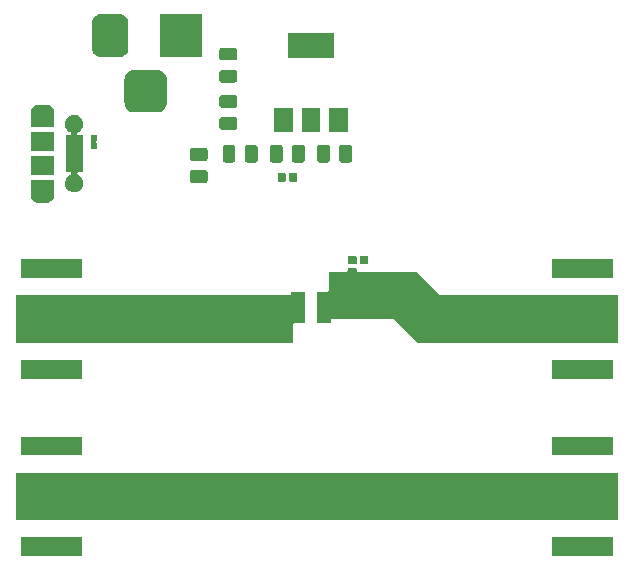
<source format=gbr>
G04 #@! TF.GenerationSoftware,KiCad,Pcbnew,5.1.5-52549c5~86~ubuntu18.04.1*
G04 #@! TF.CreationDate,2020-05-03T22:10:49-04:00*
G04 #@! TF.ProjectId,lna-filt,6c6e612d-6669-46c7-942e-6b696361645f,rev?*
G04 #@! TF.SameCoordinates,Original*
G04 #@! TF.FileFunction,Soldermask,Top*
G04 #@! TF.FilePolarity,Negative*
%FSLAX46Y46*%
G04 Gerber Fmt 4.6, Leading zero omitted, Abs format (unit mm)*
G04 Created by KiCad (PCBNEW 5.1.5-52549c5~86~ubuntu18.04.1) date 2020-05-03 22:10:49*
%MOMM*%
%LPD*%
G04 APERTURE LIST*
%ADD10C,0.100000*%
G04 APERTURE END LIST*
D10*
G36*
X132591000Y-80051000D02*
G01*
X127409000Y-80051000D01*
X127409000Y-78449000D01*
X132591000Y-78449000D01*
X132591000Y-80051000D01*
G37*
G36*
X87591000Y-80051000D02*
G01*
X82409000Y-80051000D01*
X82409000Y-78449000D01*
X87591000Y-78449000D01*
X87591000Y-80051000D01*
G37*
G36*
X133000000Y-77000000D02*
G01*
X82000000Y-77000000D01*
X82000000Y-73000000D01*
X133000000Y-73000000D01*
X133000000Y-77000000D01*
G37*
G36*
X87591000Y-71551000D02*
G01*
X82409000Y-71551000D01*
X82409000Y-69949000D01*
X87591000Y-69949000D01*
X87591000Y-71551000D01*
G37*
G36*
X132591000Y-71551000D02*
G01*
X127409000Y-71551000D01*
X127409000Y-69949000D01*
X132591000Y-69949000D01*
X132591000Y-71551000D01*
G37*
G36*
X132591000Y-65051000D02*
G01*
X127409000Y-65051000D01*
X127409000Y-63449000D01*
X132591000Y-63449000D01*
X132591000Y-65051000D01*
G37*
G36*
X87591000Y-65051000D02*
G01*
X82409000Y-65051000D01*
X82409000Y-63449000D01*
X87591000Y-63449000D01*
X87591000Y-65051000D01*
G37*
G36*
X110781938Y-55671716D02*
G01*
X110802557Y-55677971D01*
X110821553Y-55688124D01*
X110838208Y-55701792D01*
X110851876Y-55718447D01*
X110862029Y-55737443D01*
X110868284Y-55758062D01*
X110871000Y-55785640D01*
X110871000Y-55875001D01*
X110873402Y-55899387D01*
X110880515Y-55922836D01*
X110892066Y-55944447D01*
X110907611Y-55963389D01*
X110926553Y-55978934D01*
X110948164Y-55990485D01*
X110971613Y-55997598D01*
X110995999Y-56000000D01*
X116000000Y-56000000D01*
X117963389Y-57963389D01*
X117982331Y-57978934D01*
X118003942Y-57990485D01*
X118027391Y-57997598D01*
X118051777Y-58000000D01*
X133000000Y-58000000D01*
X133000000Y-62000000D01*
X116000000Y-62000000D01*
X114036611Y-60036611D01*
X114017669Y-60021066D01*
X113996058Y-60009515D01*
X113972609Y-60002402D01*
X113948223Y-60000000D01*
X108805999Y-60000000D01*
X108781613Y-60002402D01*
X108758164Y-60009515D01*
X108736553Y-60021066D01*
X108717611Y-60036611D01*
X108702066Y-60055553D01*
X108690515Y-60077164D01*
X108683402Y-60100613D01*
X108681000Y-60124999D01*
X108681000Y-60326000D01*
X107519000Y-60326000D01*
X107519000Y-57674000D01*
X108375001Y-57674000D01*
X108399387Y-57671598D01*
X108422836Y-57664485D01*
X108444447Y-57652934D01*
X108463389Y-57637389D01*
X108478934Y-57618447D01*
X108490485Y-57596836D01*
X108497598Y-57573387D01*
X108500000Y-57549001D01*
X108500000Y-56000000D01*
X110004001Y-56000000D01*
X110028387Y-55997598D01*
X110051836Y-55990485D01*
X110073447Y-55978934D01*
X110092389Y-55963389D01*
X110107934Y-55944447D01*
X110119485Y-55922836D01*
X110126598Y-55899387D01*
X110129000Y-55875001D01*
X110129000Y-55785640D01*
X110131716Y-55758062D01*
X110137971Y-55737443D01*
X110148124Y-55718447D01*
X110161792Y-55701792D01*
X110178447Y-55688124D01*
X110197443Y-55677971D01*
X110218062Y-55671716D01*
X110245640Y-55669000D01*
X110754360Y-55669000D01*
X110781938Y-55671716D01*
G37*
G36*
X106481000Y-60326000D02*
G01*
X105624999Y-60326000D01*
X105600613Y-60328402D01*
X105577164Y-60335515D01*
X105555553Y-60347066D01*
X105536611Y-60362611D01*
X105521066Y-60381553D01*
X105509515Y-60403164D01*
X105502402Y-60426613D01*
X105500000Y-60450999D01*
X105500000Y-62000000D01*
X82000000Y-62000000D01*
X82000000Y-58000000D01*
X105194001Y-58000000D01*
X105218387Y-57997598D01*
X105241836Y-57990485D01*
X105263447Y-57978934D01*
X105282389Y-57963389D01*
X105297934Y-57944447D01*
X105309485Y-57922836D01*
X105316598Y-57899387D01*
X105319000Y-57875001D01*
X105319000Y-57674000D01*
X106481000Y-57674000D01*
X106481000Y-60326000D01*
G37*
G36*
X132591000Y-56551000D02*
G01*
X127409000Y-56551000D01*
X127409000Y-54949000D01*
X132591000Y-54949000D01*
X132591000Y-56551000D01*
G37*
G36*
X87591000Y-56551000D02*
G01*
X82409000Y-56551000D01*
X82409000Y-54949000D01*
X87591000Y-54949000D01*
X87591000Y-56551000D01*
G37*
G36*
X111741938Y-54631716D02*
G01*
X111762557Y-54637971D01*
X111781553Y-54648124D01*
X111798208Y-54661792D01*
X111811876Y-54678447D01*
X111822029Y-54697443D01*
X111828284Y-54718062D01*
X111831000Y-54745640D01*
X111831000Y-55254360D01*
X111828284Y-55281938D01*
X111822029Y-55302557D01*
X111811876Y-55321553D01*
X111798208Y-55338208D01*
X111781553Y-55351876D01*
X111762557Y-55362029D01*
X111741938Y-55368284D01*
X111714360Y-55371000D01*
X111255640Y-55371000D01*
X111228062Y-55368284D01*
X111207443Y-55362029D01*
X111188447Y-55351876D01*
X111171792Y-55338208D01*
X111158124Y-55321553D01*
X111147971Y-55302557D01*
X111141716Y-55281938D01*
X111139000Y-55254360D01*
X111139000Y-54745640D01*
X111141716Y-54718062D01*
X111147971Y-54697443D01*
X111158124Y-54678447D01*
X111171792Y-54661792D01*
X111188447Y-54648124D01*
X111207443Y-54637971D01*
X111228062Y-54631716D01*
X111255640Y-54629000D01*
X111714360Y-54629000D01*
X111741938Y-54631716D01*
G37*
G36*
X110771938Y-54631716D02*
G01*
X110792557Y-54637971D01*
X110811553Y-54648124D01*
X110828208Y-54661792D01*
X110841876Y-54678447D01*
X110852029Y-54697443D01*
X110858284Y-54718062D01*
X110861000Y-54745640D01*
X110861000Y-55254360D01*
X110858284Y-55281938D01*
X110852029Y-55302557D01*
X110841876Y-55321553D01*
X110828208Y-55338208D01*
X110811553Y-55351876D01*
X110792557Y-55362029D01*
X110771938Y-55368284D01*
X110744360Y-55371000D01*
X110285640Y-55371000D01*
X110258062Y-55368284D01*
X110237443Y-55362029D01*
X110218447Y-55351876D01*
X110201792Y-55338208D01*
X110188124Y-55321553D01*
X110177971Y-55302557D01*
X110171716Y-55281938D01*
X110169000Y-55254360D01*
X110169000Y-54745640D01*
X110171716Y-54718062D01*
X110177971Y-54697443D01*
X110188124Y-54678447D01*
X110201792Y-54661792D01*
X110218447Y-54648124D01*
X110237443Y-54637971D01*
X110258062Y-54631716D01*
X110285640Y-54629000D01*
X110744360Y-54629000D01*
X110771938Y-54631716D01*
G37*
G36*
X85263500Y-49461886D02*
G01*
X85264102Y-49474138D01*
X85266649Y-49500000D01*
X85264102Y-49525862D01*
X85263500Y-49538114D01*
X85263500Y-49611406D01*
X85254543Y-49628164D01*
X85250415Y-49639701D01*
X85224632Y-49724693D01*
X85216854Y-49750336D01*
X85156406Y-49863425D01*
X85075054Y-49962554D01*
X84975925Y-50043906D01*
X84862836Y-50104354D01*
X84830904Y-50114040D01*
X84740118Y-50141580D01*
X84676355Y-50147860D01*
X84644474Y-50151000D01*
X83880526Y-50151000D01*
X83848645Y-50147860D01*
X83784882Y-50141580D01*
X83694096Y-50114040D01*
X83662164Y-50104354D01*
X83549075Y-50043906D01*
X83449946Y-49962554D01*
X83368594Y-49863425D01*
X83308146Y-49750336D01*
X83300368Y-49724693D01*
X83274587Y-49639708D01*
X83265213Y-49617075D01*
X83261500Y-49611518D01*
X83261500Y-49538114D01*
X83260898Y-49525862D01*
X83258351Y-49500000D01*
X83260898Y-49474138D01*
X83261500Y-49461886D01*
X83261500Y-48249000D01*
X85263500Y-48249000D01*
X85263500Y-49461886D01*
G37*
G36*
X87188848Y-42753820D02*
G01*
X87188850Y-42753821D01*
X87188851Y-42753821D01*
X87330074Y-42812317D01*
X87330077Y-42812319D01*
X87457169Y-42897239D01*
X87565261Y-43005331D01*
X87636460Y-43111888D01*
X87650183Y-43132426D01*
X87708679Y-43273649D01*
X87738500Y-43423571D01*
X87738500Y-43576429D01*
X87708679Y-43726351D01*
X87650183Y-43867574D01*
X87650181Y-43867577D01*
X87565261Y-43994669D01*
X87457169Y-44102761D01*
X87372440Y-44159375D01*
X87330074Y-44187683D01*
X87279772Y-44208519D01*
X87258164Y-44220068D01*
X87239222Y-44235614D01*
X87223677Y-44254556D01*
X87212126Y-44276166D01*
X87205013Y-44299615D01*
X87202611Y-44324001D01*
X87205013Y-44348387D01*
X87212126Y-44371836D01*
X87223677Y-44393447D01*
X87239223Y-44412389D01*
X87258165Y-44427934D01*
X87279775Y-44439485D01*
X87303224Y-44446598D01*
X87327610Y-44449000D01*
X87688500Y-44449000D01*
X87688500Y-47551000D01*
X87327610Y-47551000D01*
X87303224Y-47553402D01*
X87279775Y-47560515D01*
X87258164Y-47572066D01*
X87239222Y-47587611D01*
X87223677Y-47606553D01*
X87212126Y-47628164D01*
X87205013Y-47651613D01*
X87202611Y-47675999D01*
X87205013Y-47700385D01*
X87212126Y-47723834D01*
X87223677Y-47745445D01*
X87239222Y-47764387D01*
X87258164Y-47779932D01*
X87279772Y-47791481D01*
X87330074Y-47812317D01*
X87330075Y-47812318D01*
X87457169Y-47897239D01*
X87565261Y-48005331D01*
X87650181Y-48132423D01*
X87650183Y-48132426D01*
X87691324Y-48231751D01*
X87708680Y-48273652D01*
X87736799Y-48415017D01*
X87738500Y-48423571D01*
X87738500Y-48576429D01*
X87708679Y-48726351D01*
X87650183Y-48867574D01*
X87650181Y-48867577D01*
X87565261Y-48994669D01*
X87457169Y-49102761D01*
X87406564Y-49136574D01*
X87330074Y-49187683D01*
X87188851Y-49246179D01*
X87188850Y-49246179D01*
X87188848Y-49246180D01*
X87038931Y-49276000D01*
X86886069Y-49276000D01*
X86736152Y-49246180D01*
X86736150Y-49246179D01*
X86736149Y-49246179D01*
X86594926Y-49187683D01*
X86518436Y-49136574D01*
X86467831Y-49102761D01*
X86359739Y-48994669D01*
X86274819Y-48867577D01*
X86274817Y-48867574D01*
X86216321Y-48726351D01*
X86186500Y-48576429D01*
X86186500Y-48423571D01*
X86188201Y-48415017D01*
X86216320Y-48273652D01*
X86233676Y-48231751D01*
X86274817Y-48132426D01*
X86274819Y-48132423D01*
X86359739Y-48005331D01*
X86467831Y-47897239D01*
X86594925Y-47812318D01*
X86594926Y-47812317D01*
X86645228Y-47791481D01*
X86666836Y-47779932D01*
X86685778Y-47764386D01*
X86701323Y-47745444D01*
X86712874Y-47723834D01*
X86719987Y-47700385D01*
X86722389Y-47675999D01*
X86719987Y-47651613D01*
X86712874Y-47628164D01*
X86701323Y-47606553D01*
X86685777Y-47587611D01*
X86666835Y-47572066D01*
X86645225Y-47560515D01*
X86621776Y-47553402D01*
X86597390Y-47551000D01*
X86236500Y-47551000D01*
X86236500Y-44449000D01*
X86597390Y-44449000D01*
X86621776Y-44446598D01*
X86645225Y-44439485D01*
X86666836Y-44427934D01*
X86685778Y-44412389D01*
X86701323Y-44393447D01*
X86712874Y-44371836D01*
X86719987Y-44348387D01*
X86722389Y-44324001D01*
X86719987Y-44299615D01*
X86712874Y-44276166D01*
X86701323Y-44254555D01*
X86685778Y-44235613D01*
X86666836Y-44220068D01*
X86645228Y-44208519D01*
X86594926Y-44187683D01*
X86552560Y-44159375D01*
X86467831Y-44102761D01*
X86359739Y-43994669D01*
X86274819Y-43867577D01*
X86274817Y-43867574D01*
X86216321Y-43726351D01*
X86186500Y-43576429D01*
X86186500Y-43423571D01*
X86216321Y-43273649D01*
X86274817Y-43132426D01*
X86288540Y-43111888D01*
X86359739Y-43005331D01*
X86467831Y-42897239D01*
X86594923Y-42812319D01*
X86594926Y-42812317D01*
X86736149Y-42753821D01*
X86736150Y-42753821D01*
X86736152Y-42753820D01*
X86886069Y-42724000D01*
X87038931Y-42724000D01*
X87188848Y-42753820D01*
G37*
G36*
X98084468Y-47403565D02*
G01*
X98123138Y-47415296D01*
X98158777Y-47434346D01*
X98190017Y-47459983D01*
X98215654Y-47491223D01*
X98234704Y-47526862D01*
X98246435Y-47565532D01*
X98251000Y-47611888D01*
X98251000Y-48263112D01*
X98246435Y-48309468D01*
X98234704Y-48348138D01*
X98215654Y-48383777D01*
X98190017Y-48415017D01*
X98158777Y-48440654D01*
X98123138Y-48459704D01*
X98084468Y-48471435D01*
X98038112Y-48476000D01*
X96961888Y-48476000D01*
X96915532Y-48471435D01*
X96876862Y-48459704D01*
X96841223Y-48440654D01*
X96809983Y-48415017D01*
X96784346Y-48383777D01*
X96765296Y-48348138D01*
X96753565Y-48309468D01*
X96749000Y-48263112D01*
X96749000Y-47611888D01*
X96753565Y-47565532D01*
X96765296Y-47526862D01*
X96784346Y-47491223D01*
X96809983Y-47459983D01*
X96841223Y-47434346D01*
X96876862Y-47415296D01*
X96915532Y-47403565D01*
X96961888Y-47399000D01*
X98038112Y-47399000D01*
X98084468Y-47403565D01*
G37*
G36*
X104771938Y-47631716D02*
G01*
X104792557Y-47637971D01*
X104811553Y-47648124D01*
X104828208Y-47661792D01*
X104841876Y-47678447D01*
X104852029Y-47697443D01*
X104858284Y-47718062D01*
X104861000Y-47745640D01*
X104861000Y-48254360D01*
X104858284Y-48281938D01*
X104852029Y-48302557D01*
X104841876Y-48321553D01*
X104828208Y-48338208D01*
X104811553Y-48351876D01*
X104792557Y-48362029D01*
X104771938Y-48368284D01*
X104744360Y-48371000D01*
X104285640Y-48371000D01*
X104258062Y-48368284D01*
X104237443Y-48362029D01*
X104218447Y-48351876D01*
X104201792Y-48338208D01*
X104188124Y-48321553D01*
X104177971Y-48302557D01*
X104171716Y-48281938D01*
X104169000Y-48254360D01*
X104169000Y-47745640D01*
X104171716Y-47718062D01*
X104177971Y-47697443D01*
X104188124Y-47678447D01*
X104201792Y-47661792D01*
X104218447Y-47648124D01*
X104237443Y-47637971D01*
X104258062Y-47631716D01*
X104285640Y-47629000D01*
X104744360Y-47629000D01*
X104771938Y-47631716D01*
G37*
G36*
X105741938Y-47631716D02*
G01*
X105762557Y-47637971D01*
X105781553Y-47648124D01*
X105798208Y-47661792D01*
X105811876Y-47678447D01*
X105822029Y-47697443D01*
X105828284Y-47718062D01*
X105831000Y-47745640D01*
X105831000Y-48254360D01*
X105828284Y-48281938D01*
X105822029Y-48302557D01*
X105811876Y-48321553D01*
X105798208Y-48338208D01*
X105781553Y-48351876D01*
X105762557Y-48362029D01*
X105741938Y-48368284D01*
X105714360Y-48371000D01*
X105255640Y-48371000D01*
X105228062Y-48368284D01*
X105207443Y-48362029D01*
X105188447Y-48351876D01*
X105171792Y-48338208D01*
X105158124Y-48321553D01*
X105147971Y-48302557D01*
X105141716Y-48281938D01*
X105139000Y-48254360D01*
X105139000Y-47745640D01*
X105141716Y-47718062D01*
X105147971Y-47697443D01*
X105158124Y-47678447D01*
X105171792Y-47661792D01*
X105188447Y-47648124D01*
X105207443Y-47637971D01*
X105228062Y-47631716D01*
X105255640Y-47629000D01*
X105714360Y-47629000D01*
X105741938Y-47631716D01*
G37*
G36*
X85263500Y-47801000D02*
G01*
X83261500Y-47801000D01*
X83261500Y-46199000D01*
X85263500Y-46199000D01*
X85263500Y-47801000D01*
G37*
G36*
X110309468Y-45253565D02*
G01*
X110348138Y-45265296D01*
X110383777Y-45284346D01*
X110415017Y-45309983D01*
X110440654Y-45341223D01*
X110459704Y-45376862D01*
X110471435Y-45415532D01*
X110476000Y-45461888D01*
X110476000Y-46538112D01*
X110471435Y-46584468D01*
X110459704Y-46623138D01*
X110440654Y-46658777D01*
X110415017Y-46690017D01*
X110383777Y-46715654D01*
X110348138Y-46734704D01*
X110309468Y-46746435D01*
X110263112Y-46751000D01*
X109611888Y-46751000D01*
X109565532Y-46746435D01*
X109526862Y-46734704D01*
X109491223Y-46715654D01*
X109459983Y-46690017D01*
X109434346Y-46658777D01*
X109415296Y-46623138D01*
X109403565Y-46584468D01*
X109399000Y-46538112D01*
X109399000Y-45461888D01*
X109403565Y-45415532D01*
X109415296Y-45376862D01*
X109434346Y-45341223D01*
X109459983Y-45309983D01*
X109491223Y-45284346D01*
X109526862Y-45265296D01*
X109565532Y-45253565D01*
X109611888Y-45249000D01*
X110263112Y-45249000D01*
X110309468Y-45253565D01*
G37*
G36*
X100434468Y-45253565D02*
G01*
X100473138Y-45265296D01*
X100508777Y-45284346D01*
X100540017Y-45309983D01*
X100565654Y-45341223D01*
X100584704Y-45376862D01*
X100596435Y-45415532D01*
X100601000Y-45461888D01*
X100601000Y-46538112D01*
X100596435Y-46584468D01*
X100584704Y-46623138D01*
X100565654Y-46658777D01*
X100540017Y-46690017D01*
X100508777Y-46715654D01*
X100473138Y-46734704D01*
X100434468Y-46746435D01*
X100388112Y-46751000D01*
X99736888Y-46751000D01*
X99690532Y-46746435D01*
X99651862Y-46734704D01*
X99616223Y-46715654D01*
X99584983Y-46690017D01*
X99559346Y-46658777D01*
X99540296Y-46623138D01*
X99528565Y-46584468D01*
X99524000Y-46538112D01*
X99524000Y-45461888D01*
X99528565Y-45415532D01*
X99540296Y-45376862D01*
X99559346Y-45341223D01*
X99584983Y-45309983D01*
X99616223Y-45284346D01*
X99651862Y-45265296D01*
X99690532Y-45253565D01*
X99736888Y-45249000D01*
X100388112Y-45249000D01*
X100434468Y-45253565D01*
G37*
G36*
X102309468Y-45253565D02*
G01*
X102348138Y-45265296D01*
X102383777Y-45284346D01*
X102415017Y-45309983D01*
X102440654Y-45341223D01*
X102459704Y-45376862D01*
X102471435Y-45415532D01*
X102476000Y-45461888D01*
X102476000Y-46538112D01*
X102471435Y-46584468D01*
X102459704Y-46623138D01*
X102440654Y-46658777D01*
X102415017Y-46690017D01*
X102383777Y-46715654D01*
X102348138Y-46734704D01*
X102309468Y-46746435D01*
X102263112Y-46751000D01*
X101611888Y-46751000D01*
X101565532Y-46746435D01*
X101526862Y-46734704D01*
X101491223Y-46715654D01*
X101459983Y-46690017D01*
X101434346Y-46658777D01*
X101415296Y-46623138D01*
X101403565Y-46584468D01*
X101399000Y-46538112D01*
X101399000Y-45461888D01*
X101403565Y-45415532D01*
X101415296Y-45376862D01*
X101434346Y-45341223D01*
X101459983Y-45309983D01*
X101491223Y-45284346D01*
X101526862Y-45265296D01*
X101565532Y-45253565D01*
X101611888Y-45249000D01*
X102263112Y-45249000D01*
X102309468Y-45253565D01*
G37*
G36*
X106309468Y-45253565D02*
G01*
X106348138Y-45265296D01*
X106383777Y-45284346D01*
X106415017Y-45309983D01*
X106440654Y-45341223D01*
X106459704Y-45376862D01*
X106471435Y-45415532D01*
X106476000Y-45461888D01*
X106476000Y-46538112D01*
X106471435Y-46584468D01*
X106459704Y-46623138D01*
X106440654Y-46658777D01*
X106415017Y-46690017D01*
X106383777Y-46715654D01*
X106348138Y-46734704D01*
X106309468Y-46746435D01*
X106263112Y-46751000D01*
X105611888Y-46751000D01*
X105565532Y-46746435D01*
X105526862Y-46734704D01*
X105491223Y-46715654D01*
X105459983Y-46690017D01*
X105434346Y-46658777D01*
X105415296Y-46623138D01*
X105403565Y-46584468D01*
X105399000Y-46538112D01*
X105399000Y-45461888D01*
X105403565Y-45415532D01*
X105415296Y-45376862D01*
X105434346Y-45341223D01*
X105459983Y-45309983D01*
X105491223Y-45284346D01*
X105526862Y-45265296D01*
X105565532Y-45253565D01*
X105611888Y-45249000D01*
X106263112Y-45249000D01*
X106309468Y-45253565D01*
G37*
G36*
X108434468Y-45253565D02*
G01*
X108473138Y-45265296D01*
X108508777Y-45284346D01*
X108540017Y-45309983D01*
X108565654Y-45341223D01*
X108584704Y-45376862D01*
X108596435Y-45415532D01*
X108601000Y-45461888D01*
X108601000Y-46538112D01*
X108596435Y-46584468D01*
X108584704Y-46623138D01*
X108565654Y-46658777D01*
X108540017Y-46690017D01*
X108508777Y-46715654D01*
X108473138Y-46734704D01*
X108434468Y-46746435D01*
X108388112Y-46751000D01*
X107736888Y-46751000D01*
X107690532Y-46746435D01*
X107651862Y-46734704D01*
X107616223Y-46715654D01*
X107584983Y-46690017D01*
X107559346Y-46658777D01*
X107540296Y-46623138D01*
X107528565Y-46584468D01*
X107524000Y-46538112D01*
X107524000Y-45461888D01*
X107528565Y-45415532D01*
X107540296Y-45376862D01*
X107559346Y-45341223D01*
X107584983Y-45309983D01*
X107616223Y-45284346D01*
X107651862Y-45265296D01*
X107690532Y-45253565D01*
X107736888Y-45249000D01*
X108388112Y-45249000D01*
X108434468Y-45253565D01*
G37*
G36*
X104434468Y-45253565D02*
G01*
X104473138Y-45265296D01*
X104508777Y-45284346D01*
X104540017Y-45309983D01*
X104565654Y-45341223D01*
X104584704Y-45376862D01*
X104596435Y-45415532D01*
X104601000Y-45461888D01*
X104601000Y-46538112D01*
X104596435Y-46584468D01*
X104584704Y-46623138D01*
X104565654Y-46658777D01*
X104540017Y-46690017D01*
X104508777Y-46715654D01*
X104473138Y-46734704D01*
X104434468Y-46746435D01*
X104388112Y-46751000D01*
X103736888Y-46751000D01*
X103690532Y-46746435D01*
X103651862Y-46734704D01*
X103616223Y-46715654D01*
X103584983Y-46690017D01*
X103559346Y-46658777D01*
X103540296Y-46623138D01*
X103528565Y-46584468D01*
X103524000Y-46538112D01*
X103524000Y-45461888D01*
X103528565Y-45415532D01*
X103540296Y-45376862D01*
X103559346Y-45341223D01*
X103584983Y-45309983D01*
X103616223Y-45284346D01*
X103651862Y-45265296D01*
X103690532Y-45253565D01*
X103736888Y-45249000D01*
X104388112Y-45249000D01*
X104434468Y-45253565D01*
G37*
G36*
X98084468Y-45528565D02*
G01*
X98123138Y-45540296D01*
X98158777Y-45559346D01*
X98190017Y-45584983D01*
X98215654Y-45616223D01*
X98234704Y-45651862D01*
X98246435Y-45690532D01*
X98251000Y-45736888D01*
X98251000Y-46388112D01*
X98246435Y-46434468D01*
X98234704Y-46473138D01*
X98215654Y-46508777D01*
X98190017Y-46540017D01*
X98158777Y-46565654D01*
X98123138Y-46584704D01*
X98084468Y-46596435D01*
X98038112Y-46601000D01*
X96961888Y-46601000D01*
X96915532Y-46596435D01*
X96876862Y-46584704D01*
X96841223Y-46565654D01*
X96809983Y-46540017D01*
X96784346Y-46508777D01*
X96765296Y-46473138D01*
X96753565Y-46434468D01*
X96749000Y-46388112D01*
X96749000Y-45736888D01*
X96753565Y-45690532D01*
X96765296Y-45651862D01*
X96784346Y-45616223D01*
X96809983Y-45584983D01*
X96841223Y-45559346D01*
X96876862Y-45540296D01*
X96915532Y-45528565D01*
X96961888Y-45524000D01*
X98038112Y-45524000D01*
X98084468Y-45528565D01*
G37*
G36*
X85263500Y-45801000D02*
G01*
X83261500Y-45801000D01*
X83261500Y-44199000D01*
X85263500Y-44199000D01*
X85263500Y-45801000D01*
G37*
G36*
X88800170Y-44400803D02*
G01*
X88811875Y-44404354D01*
X88822665Y-44410121D01*
X88832119Y-44417881D01*
X88839879Y-44427335D01*
X88845646Y-44438125D01*
X88849197Y-44449830D01*
X88851000Y-44468138D01*
X88851000Y-44891862D01*
X88849197Y-44910170D01*
X88845645Y-44921877D01*
X88835383Y-44941077D01*
X88826006Y-44963716D01*
X88821226Y-44987749D01*
X88821226Y-45012253D01*
X88826007Y-45036286D01*
X88835383Y-45058923D01*
X88845645Y-45078123D01*
X88849197Y-45089830D01*
X88851000Y-45108138D01*
X88851000Y-45531862D01*
X88849197Y-45550170D01*
X88845646Y-45561875D01*
X88839879Y-45572665D01*
X88832119Y-45582119D01*
X88822665Y-45589879D01*
X88811875Y-45595646D01*
X88800170Y-45599197D01*
X88781862Y-45601000D01*
X88418138Y-45601000D01*
X88399830Y-45599197D01*
X88388125Y-45595646D01*
X88377335Y-45589879D01*
X88367881Y-45582119D01*
X88360121Y-45572665D01*
X88354354Y-45561875D01*
X88350803Y-45550170D01*
X88349000Y-45531862D01*
X88349000Y-45108138D01*
X88350803Y-45089830D01*
X88354355Y-45078123D01*
X88364617Y-45058923D01*
X88373994Y-45036284D01*
X88378774Y-45012251D01*
X88378774Y-44987747D01*
X88373993Y-44963714D01*
X88364617Y-44941077D01*
X88354355Y-44921877D01*
X88350803Y-44910170D01*
X88349000Y-44891862D01*
X88349000Y-44468138D01*
X88350803Y-44449830D01*
X88354354Y-44438125D01*
X88360121Y-44427335D01*
X88367881Y-44417881D01*
X88377335Y-44410121D01*
X88388125Y-44404354D01*
X88399830Y-44400803D01*
X88418138Y-44399000D01*
X88781862Y-44399000D01*
X88800170Y-44400803D01*
G37*
G36*
X105501000Y-44201000D02*
G01*
X103899000Y-44201000D01*
X103899000Y-42099000D01*
X105501000Y-42099000D01*
X105501000Y-44201000D01*
G37*
G36*
X107801000Y-44201000D02*
G01*
X106199000Y-44201000D01*
X106199000Y-42099000D01*
X107801000Y-42099000D01*
X107801000Y-44201000D01*
G37*
G36*
X110101000Y-44201000D02*
G01*
X108499000Y-44201000D01*
X108499000Y-42099000D01*
X110101000Y-42099000D01*
X110101000Y-44201000D01*
G37*
G36*
X100584468Y-42903565D02*
G01*
X100623138Y-42915296D01*
X100658777Y-42934346D01*
X100690017Y-42959983D01*
X100715654Y-42991223D01*
X100734704Y-43026862D01*
X100746435Y-43065532D01*
X100751000Y-43111888D01*
X100751000Y-43763112D01*
X100746435Y-43809468D01*
X100734704Y-43848138D01*
X100715654Y-43883777D01*
X100690017Y-43915017D01*
X100658777Y-43940654D01*
X100623138Y-43959704D01*
X100584468Y-43971435D01*
X100538112Y-43976000D01*
X99461888Y-43976000D01*
X99415532Y-43971435D01*
X99376862Y-43959704D01*
X99341223Y-43940654D01*
X99309983Y-43915017D01*
X99284346Y-43883777D01*
X99265296Y-43848138D01*
X99253565Y-43809468D01*
X99249000Y-43763112D01*
X99249000Y-43111888D01*
X99253565Y-43065532D01*
X99265296Y-43026862D01*
X99284346Y-42991223D01*
X99309983Y-42959983D01*
X99341223Y-42934346D01*
X99376862Y-42915296D01*
X99415532Y-42903565D01*
X99461888Y-42899000D01*
X100538112Y-42899000D01*
X100584468Y-42903565D01*
G37*
G36*
X84676355Y-41852140D02*
G01*
X84740118Y-41858420D01*
X84825360Y-41884278D01*
X84862836Y-41895646D01*
X84975925Y-41956094D01*
X85075054Y-42037446D01*
X85156406Y-42136575D01*
X85216854Y-42249664D01*
X85216855Y-42249668D01*
X85250413Y-42360292D01*
X85259787Y-42382925D01*
X85263500Y-42388482D01*
X85263500Y-42461886D01*
X85264102Y-42474138D01*
X85266649Y-42500000D01*
X85264102Y-42525862D01*
X85263500Y-42538114D01*
X85263500Y-43751000D01*
X83261500Y-43751000D01*
X83261500Y-42538114D01*
X83260898Y-42525862D01*
X83258351Y-42500000D01*
X83260898Y-42474138D01*
X83261500Y-42461886D01*
X83261500Y-42388594D01*
X83270457Y-42371836D01*
X83274585Y-42360299D01*
X83308145Y-42249668D01*
X83308146Y-42249664D01*
X83368594Y-42136575D01*
X83449946Y-42037446D01*
X83549075Y-41956094D01*
X83662164Y-41895646D01*
X83699640Y-41884278D01*
X83784882Y-41858420D01*
X83848645Y-41852140D01*
X83880526Y-41849000D01*
X84644474Y-41849000D01*
X84676355Y-41852140D01*
G37*
G36*
X94126366Y-38915695D02*
G01*
X94283460Y-38963349D01*
X94428231Y-39040731D01*
X94555128Y-39144872D01*
X94659269Y-39271769D01*
X94736651Y-39416540D01*
X94784305Y-39573634D01*
X94801000Y-39743140D01*
X94801000Y-41656860D01*
X94784305Y-41826366D01*
X94736651Y-41983460D01*
X94659269Y-42128231D01*
X94555128Y-42255128D01*
X94428231Y-42359269D01*
X94283460Y-42436651D01*
X94126366Y-42484305D01*
X93956860Y-42501000D01*
X92043140Y-42501000D01*
X91873634Y-42484305D01*
X91716540Y-42436651D01*
X91571769Y-42359269D01*
X91444872Y-42255128D01*
X91340731Y-42128231D01*
X91263349Y-41983460D01*
X91215695Y-41826366D01*
X91199000Y-41656860D01*
X91199000Y-39743140D01*
X91215695Y-39573634D01*
X91263349Y-39416540D01*
X91340731Y-39271769D01*
X91444872Y-39144872D01*
X91571769Y-39040731D01*
X91716540Y-38963349D01*
X91873634Y-38915695D01*
X92043140Y-38899000D01*
X93956860Y-38899000D01*
X94126366Y-38915695D01*
G37*
G36*
X100584468Y-41028565D02*
G01*
X100623138Y-41040296D01*
X100658777Y-41059346D01*
X100690017Y-41084983D01*
X100715654Y-41116223D01*
X100734704Y-41151862D01*
X100746435Y-41190532D01*
X100751000Y-41236888D01*
X100751000Y-41888112D01*
X100746435Y-41934468D01*
X100734704Y-41973138D01*
X100715654Y-42008777D01*
X100690017Y-42040017D01*
X100658777Y-42065654D01*
X100623138Y-42084704D01*
X100584468Y-42096435D01*
X100538112Y-42101000D01*
X99461888Y-42101000D01*
X99415532Y-42096435D01*
X99376862Y-42084704D01*
X99341223Y-42065654D01*
X99309983Y-42040017D01*
X99284346Y-42008777D01*
X99265296Y-41973138D01*
X99253565Y-41934468D01*
X99249000Y-41888112D01*
X99249000Y-41236888D01*
X99253565Y-41190532D01*
X99265296Y-41151862D01*
X99284346Y-41116223D01*
X99309983Y-41084983D01*
X99341223Y-41059346D01*
X99376862Y-41040296D01*
X99415532Y-41028565D01*
X99461888Y-41024000D01*
X100538112Y-41024000D01*
X100584468Y-41028565D01*
G37*
G36*
X100584468Y-38903565D02*
G01*
X100623138Y-38915296D01*
X100658777Y-38934346D01*
X100690017Y-38959983D01*
X100715654Y-38991223D01*
X100734704Y-39026862D01*
X100746435Y-39065532D01*
X100751000Y-39111888D01*
X100751000Y-39763112D01*
X100746435Y-39809468D01*
X100734704Y-39848138D01*
X100715654Y-39883777D01*
X100690017Y-39915017D01*
X100658777Y-39940654D01*
X100623138Y-39959704D01*
X100584468Y-39971435D01*
X100538112Y-39976000D01*
X99461888Y-39976000D01*
X99415532Y-39971435D01*
X99376862Y-39959704D01*
X99341223Y-39940654D01*
X99309983Y-39915017D01*
X99284346Y-39883777D01*
X99265296Y-39848138D01*
X99253565Y-39809468D01*
X99249000Y-39763112D01*
X99249000Y-39111888D01*
X99253565Y-39065532D01*
X99265296Y-39026862D01*
X99284346Y-38991223D01*
X99309983Y-38959983D01*
X99341223Y-38934346D01*
X99376862Y-38915296D01*
X99415532Y-38903565D01*
X99461888Y-38899000D01*
X100538112Y-38899000D01*
X100584468Y-38903565D01*
G37*
G36*
X100584468Y-37028565D02*
G01*
X100623138Y-37040296D01*
X100658777Y-37059346D01*
X100690017Y-37084983D01*
X100715654Y-37116223D01*
X100734704Y-37151862D01*
X100746435Y-37190532D01*
X100751000Y-37236888D01*
X100751000Y-37888112D01*
X100746435Y-37934468D01*
X100734704Y-37973138D01*
X100715654Y-38008777D01*
X100690017Y-38040017D01*
X100658777Y-38065654D01*
X100623138Y-38084704D01*
X100584468Y-38096435D01*
X100538112Y-38101000D01*
X99461888Y-38101000D01*
X99415532Y-38096435D01*
X99376862Y-38084704D01*
X99341223Y-38065654D01*
X99309983Y-38040017D01*
X99284346Y-38008777D01*
X99265296Y-37973138D01*
X99253565Y-37934468D01*
X99249000Y-37888112D01*
X99249000Y-37236888D01*
X99253565Y-37190532D01*
X99265296Y-37151862D01*
X99284346Y-37116223D01*
X99309983Y-37084983D01*
X99341223Y-37059346D01*
X99376862Y-37040296D01*
X99415532Y-37028565D01*
X99461888Y-37024000D01*
X100538112Y-37024000D01*
X100584468Y-37028565D01*
G37*
G36*
X108951000Y-37901000D02*
G01*
X105049000Y-37901000D01*
X105049000Y-35799000D01*
X108951000Y-35799000D01*
X108951000Y-37901000D01*
G37*
G36*
X90976979Y-34213293D02*
G01*
X91110625Y-34253834D01*
X91233784Y-34319664D01*
X91341740Y-34408260D01*
X91430336Y-34516216D01*
X91496166Y-34639375D01*
X91536707Y-34773021D01*
X91551000Y-34918140D01*
X91551000Y-37081860D01*
X91536707Y-37226979D01*
X91496166Y-37360625D01*
X91430336Y-37483784D01*
X91341740Y-37591740D01*
X91233784Y-37680336D01*
X91110625Y-37746166D01*
X90976979Y-37786707D01*
X90831860Y-37801000D01*
X89168140Y-37801000D01*
X89023021Y-37786707D01*
X88889375Y-37746166D01*
X88766216Y-37680336D01*
X88658260Y-37591740D01*
X88569664Y-37483784D01*
X88503834Y-37360625D01*
X88463293Y-37226979D01*
X88449000Y-37081860D01*
X88449000Y-34918140D01*
X88463293Y-34773021D01*
X88503834Y-34639375D01*
X88569664Y-34516216D01*
X88658260Y-34408260D01*
X88766216Y-34319664D01*
X88889375Y-34253834D01*
X89023021Y-34213293D01*
X89168140Y-34199000D01*
X90831860Y-34199000D01*
X90976979Y-34213293D01*
G37*
G36*
X97801000Y-37801000D02*
G01*
X94199000Y-37801000D01*
X94199000Y-34199000D01*
X97801000Y-34199000D01*
X97801000Y-37801000D01*
G37*
M02*

</source>
